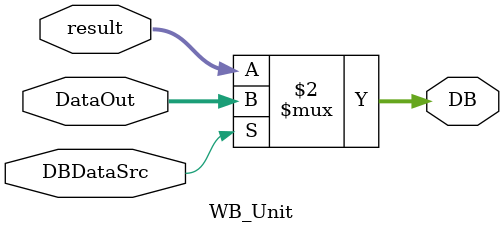
<source format=v>
`timescale 1ns / 1ps


module WB_Unit(
    input DBDataSrc,
    input [31:0] result,
    input [31:0] DataOut,
    output [31:0] DB
    );
    assign DB = (DBDataSrc == 0) ? result : DataOut;

endmodule



</source>
